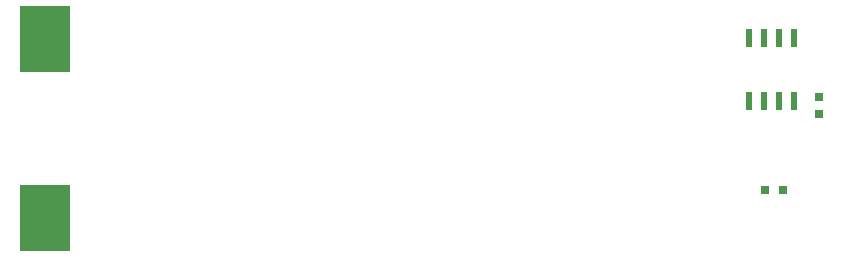
<source format=gtp>
G04 #@! TF.FileFunction,Paste,Top*
%FSLAX46Y46*%
G04 Gerber Fmt 4.6, Leading zero omitted, Abs format (unit mm)*
G04 Created by KiCad (PCBNEW 4.0.1-3.201512221402+6198~38~ubuntu14.04.1-stable) date Sat 30 Jul 2016 09:56:49 PM PDT*
%MOMM*%
G01*
G04 APERTURE LIST*
%ADD10C,0.100000*%
%ADD11R,0.600000X1.550000*%
%ADD12R,0.800000X0.750000*%
%ADD13R,0.750000X0.800000*%
%ADD14R,4.300000X5.700000*%
G04 APERTURE END LIST*
D10*
D11*
X166751000Y-92616000D03*
X168021000Y-92616000D03*
X169291000Y-92616000D03*
X170561000Y-92616000D03*
X170561000Y-87216000D03*
X169291000Y-87216000D03*
X168021000Y-87216000D03*
X166751000Y-87216000D03*
D12*
X169648000Y-100076000D03*
X168148000Y-100076000D03*
D13*
X172720000Y-92214000D03*
X172720000Y-93714000D03*
D14*
X107188000Y-87346000D03*
X107188000Y-102496000D03*
M02*

</source>
